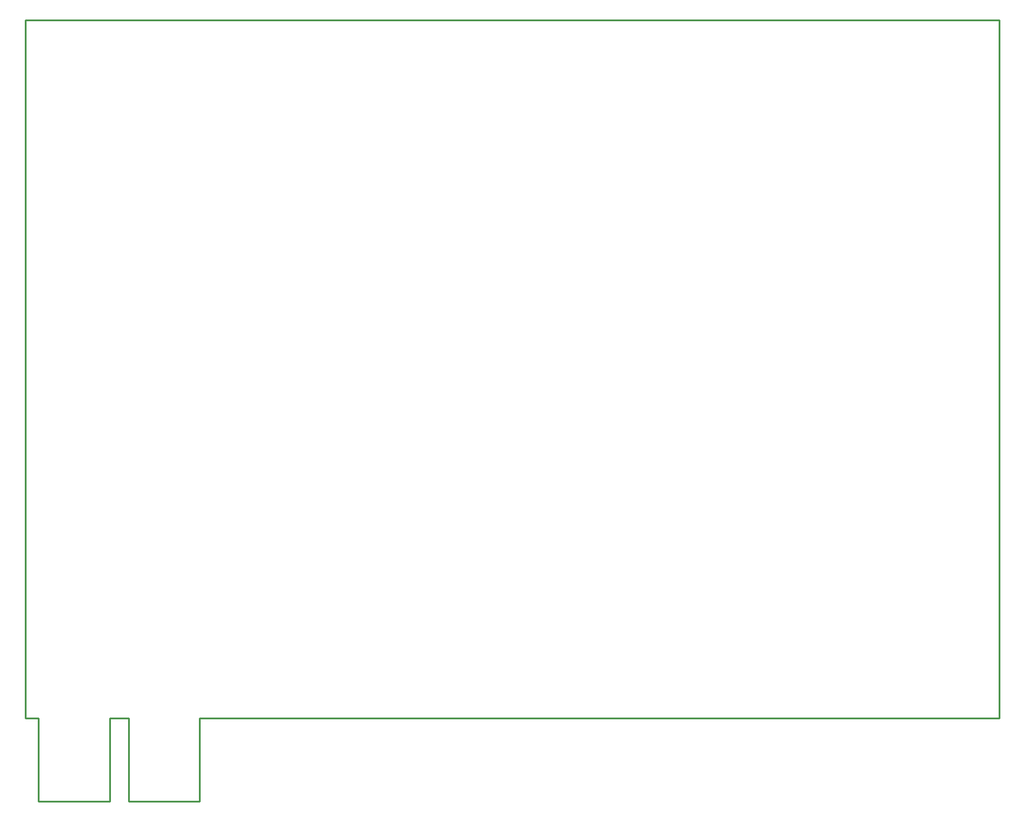
<source format=gko>
G04 Layer_Color=16711935*
%FSLAX25Y25*%
%MOIN*%
G70*
G01*
G75*
%ADD24C,0.01000*%
D24*
X98425Y47244D02*
X550000D01*
X98425Y0D02*
Y47244D01*
X58268Y0D02*
X98425D01*
X58268D02*
Y47244D01*
X47638D02*
X58268D01*
X47638Y0D02*
Y47244D01*
X7480Y0D02*
X47638D01*
X7480D02*
Y47244D01*
X0D02*
X7480D01*
X550000D02*
Y441339D01*
X0D02*
X550000D01*
X0Y47244D02*
Y441339D01*
M02*

</source>
